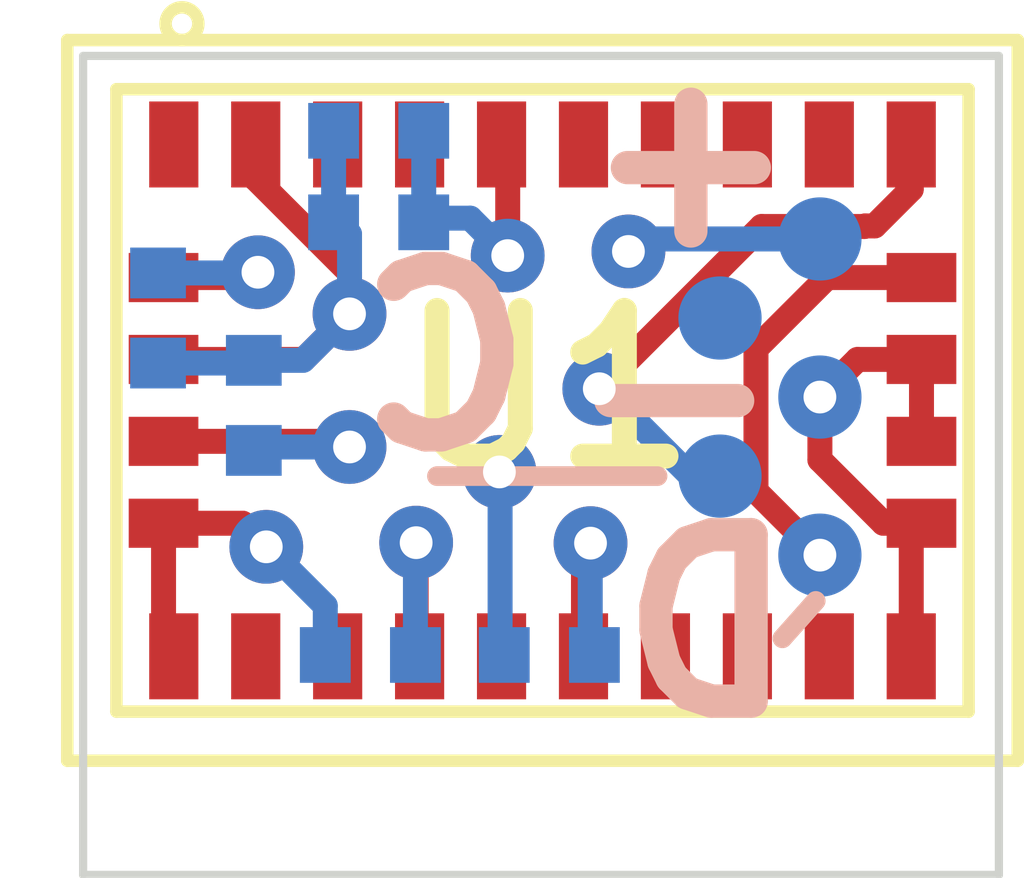
<source format=kicad_pcb>
(kicad_pcb (version 20171130) (host pcbnew "(5.1.0)-1")

  (general
    (thickness 1.6)
    (drawings 12)
    (tracks 76)
    (zones 0)
    (modules 8)
    (nets 13)
  )

  (page A4)
  (layers
    (0 F.Cu signal)
    (1 GND power)
    (2 3V3 power)
    (31 B.Cu signal)
    (32 B.Adhes user)
    (33 F.Adhes user)
    (34 B.Paste user)
    (35 F.Paste user)
    (36 B.SilkS user)
    (37 F.SilkS user)
    (38 B.Mask user)
    (39 F.Mask user)
    (40 Dwgs.User user hide)
    (41 Cmts.User user)
    (42 Eco1.User user)
    (43 Eco2.User user)
    (44 Edge.Cuts user)
    (45 Margin user)
    (46 B.CrtYd user)
    (47 F.CrtYd user hide)
    (48 B.Fab user hide)
    (49 F.Fab user hide)
  )

  (setup
    (last_trace_width 0.0889)
    (user_trace_width 0.09)
    (user_trace_width 0.1524)
    (user_trace_width 0.2032)
    (trace_clearance 0.0889)
    (zone_clearance 0.1524)
    (zone_45_only no)
    (trace_min 0.0889)
    (via_size 0.45)
    (via_drill 0.2)
    (via_min_size 0.45)
    (via_min_drill 0.2)
    (user_via 0.45 0.2)
    (uvia_size 0.45)
    (uvia_drill 0.2)
    (uvias_allowed no)
    (uvia_min_size 0.2)
    (uvia_min_drill 0.1)
    (edge_width 0.05)
    (segment_width 0.2)
    (pcb_text_width 0.3)
    (pcb_text_size 1.5 1.5)
    (mod_edge_width 0.12)
    (mod_text_size 1 1)
    (mod_text_width 0.15)
    (pad_size 1.524 1.524)
    (pad_drill 0.762)
    (pad_to_mask_clearance 0.0254)
    (solder_mask_min_width 0.0508)
    (aux_axis_origin 0 0)
    (grid_origin 188.120301 73.474201)
    (visible_elements 7FFFFFFF)
    (pcbplotparams
      (layerselection 0x010fc_ffffffff)
      (usegerberextensions false)
      (usegerberattributes false)
      (usegerberadvancedattributes false)
      (creategerberjobfile false)
      (excludeedgelayer true)
      (linewidth 0.100000)
      (plotframeref false)
      (viasonmask false)
      (mode 1)
      (useauxorigin false)
      (hpglpennumber 1)
      (hpglpenspeed 20)
      (hpglpendiameter 15.000000)
      (psnegative false)
      (psa4output false)
      (plotreference true)
      (plotvalue true)
      (plotinvisibletext false)
      (padsonsilk false)
      (subtractmaskfromsilk false)
      (outputformat 1)
      (mirror false)
      (drillshape 0)
      (scaleselection 1)
      (outputdirectory "Output/"))
  )

  (net 0 "")
  (net 1 +3V3)
  (net 2 GND)
  (net 3 /SDA)
  (net 4 /SCL)
  (net 5 "Net-(U1-Pad10)")
  (net 6 "Net-(U1-Pad14)")
  (net 7 "Net-(U1-Pad26)")
  (net 8 "Net-(U1-Pad27)")
  (net 9 /CAP)
  (net 10 "Net-(J1-Pad4)")
  (net 11 "Net-(R1-Pad2)")
  (net 12 "Net-(R2-Pad2)")

  (net_class Default "This is the default net class."
    (clearance 0.0889)
    (trace_width 0.0889)
    (via_dia 0.45)
    (via_drill 0.2)
    (uvia_dia 0.45)
    (uvia_drill 0.2)
    (add_net +3V3)
    (add_net /CAP)
    (add_net /SCL)
    (add_net /SDA)
    (add_net GND)
    (add_net "Net-(J1-Pad4)")
    (add_net "Net-(R1-Pad2)")
    (add_net "Net-(R2-Pad2)")
    (add_net "Net-(U1-Pad10)")
    (add_net "Net-(U1-Pad14)")
    (add_net "Net-(U1-Pad26)")
    (add_net "Net-(U1-Pad27)")
  )

  (module LGA28R50P4X10_380X520X100 (layer F.Cu) (tedit 0) (tstamp 5D646C4F)
    (at 190.923501 75.577401)
    (path /5D4EA5F1)
    (attr smd)
    (fp_text reference U1 (at 0.033699 -0.063201) (layer F.SilkS)
      (effects (font (size 0.889 0.889) (thickness 0.1524)))
    )
    (fp_text value BNO055 (at 0.084499 -0.012401) (layer F.SilkS) hide
      (effects (font (size 0.254 0.254) (thickness 0.0508)))
    )
    (fp_line (start -2.6 -1.9) (end -2.6 1.9) (layer F.SilkS) (width 0.0762))
    (fp_line (start -2.6 1.9) (end 2.6 1.9) (layer F.SilkS) (width 0.0762))
    (fp_line (start 2.6 1.9) (end 2.6 -1.9) (layer F.SilkS) (width 0.0762))
    (fp_line (start 2.6 -1.9) (end -2.6 -1.9) (layer F.SilkS) (width 0.0762))
    (fp_line (start -2.9 -2.2) (end 2.9 -2.2) (layer F.SilkS) (width 0.0762))
    (fp_line (start 2.9 -2.2) (end 2.9 2.2) (layer F.SilkS) (width 0.0762))
    (fp_line (start 2.9 2.2) (end -2.9 2.2) (layer F.SilkS) (width 0.0762))
    (fp_line (start -2.9 2.2) (end -2.9 -2.2) (layer F.SilkS) (width 0.0762))
    (fp_circle (center -2.2 -2.3) (end -2.1 -2.3) (layer F.SilkS) (width 0.0762))
    (pad 1 smd rect (at -2.25 -1.5625 180) (size 0.3 0.525) (layers F.Cu F.Paste F.Mask))
    (pad 2 smd rect (at -2.3125 -0.75 270) (size 0.3 0.425) (layers F.Cu F.Paste F.Mask)
      (net 2 GND))
    (pad 3 smd rect (at -2.3125 -0.25 270) (size 0.3 0.425) (layers F.Cu F.Paste F.Mask)
      (net 1 +3V3))
    (pad 4 smd rect (at -2.3125 0.25 270) (size 0.3 0.425) (layers F.Cu F.Paste F.Mask)
      (net 11 "Net-(R1-Pad2)"))
    (pad 5 smd rect (at -2.3125 0.75 270) (size 0.3 0.425) (layers F.Cu F.Paste F.Mask)
      (net 2 GND))
    (pad 6 smd rect (at -2.25 1.5625 180) (size 0.3 0.525) (layers F.Cu F.Paste F.Mask)
      (net 2 GND))
    (pad 7 smd rect (at -1.75 1.5625 180) (size 0.3 0.525) (layers F.Cu F.Paste F.Mask))
    (pad 8 smd rect (at -1.25 1.5625 180) (size 0.3 0.525) (layers F.Cu F.Paste F.Mask))
    (pad 9 smd rect (at -0.75 1.5625 180) (size 0.3 0.525) (layers F.Cu F.Paste F.Mask)
      (net 9 /CAP))
    (pad 10 smd rect (at -0.25 1.5625 180) (size 0.3 0.525) (layers F.Cu F.Paste F.Mask)
      (net 5 "Net-(U1-Pad10)"))
    (pad 11 smd rect (at 0.25 1.5625 180) (size 0.3 0.525) (layers F.Cu F.Paste F.Mask)
      (net 12 "Net-(R2-Pad2)"))
    (pad 12 smd rect (at 0.75 1.5625 180) (size 0.3 0.525) (layers F.Cu F.Paste F.Mask))
    (pad 13 smd rect (at 1.25 1.5625 180) (size 0.3 0.525) (layers F.Cu F.Paste F.Mask))
    (pad 14 smd rect (at 1.75 1.5625 180) (size 0.3 0.525) (layers F.Cu F.Paste F.Mask)
      (net 6 "Net-(U1-Pad14)"))
    (pad 15 smd rect (at 2.25 1.5625 180) (size 0.3 0.525) (layers F.Cu F.Paste F.Mask)
      (net 2 GND))
    (pad 16 smd rect (at 2.3125 0.75 270) (size 0.3 0.425) (layers F.Cu F.Paste F.Mask)
      (net 2 GND))
    (pad 17 smd rect (at 2.3125 0.25 270) (size 0.3 0.425) (layers F.Cu F.Paste F.Mask)
      (net 2 GND))
    (pad 18 smd rect (at 2.3125 -0.25 270) (size 0.3 0.425) (layers F.Cu F.Paste F.Mask)
      (net 2 GND))
    (pad 19 smd rect (at 2.3125 -0.75 270) (size 0.3 0.425) (layers F.Cu F.Paste F.Mask)
      (net 4 /SCL))
    (pad 20 smd rect (at 2.25 -1.5625 180) (size 0.3 0.525) (layers F.Cu F.Paste F.Mask)
      (net 3 /SDA))
    (pad 21 smd rect (at 1.75 -1.5625 180) (size 0.3 0.525) (layers F.Cu F.Paste F.Mask))
    (pad 22 smd rect (at 1.25 -1.5625 180) (size 0.3 0.525) (layers F.Cu F.Paste F.Mask))
    (pad 23 smd rect (at 0.75 -1.5625 180) (size 0.3 0.525) (layers F.Cu F.Paste F.Mask))
    (pad 24 smd rect (at 0.25 -1.5625 180) (size 0.3 0.525) (layers F.Cu F.Paste F.Mask))
    (pad 25 smd rect (at -0.25 -1.5625 180) (size 0.3 0.525) (layers F.Cu F.Paste F.Mask)
      (net 2 GND))
    (pad 26 smd rect (at -0.75 -1.5625 180) (size 0.3 0.525) (layers F.Cu F.Paste F.Mask)
      (net 7 "Net-(U1-Pad26)"))
    (pad 27 smd rect (at -1.25 -1.5625 180) (size 0.3 0.525) (layers F.Cu F.Paste F.Mask)
      (net 8 "Net-(U1-Pad27)"))
    (pad 28 smd rect (at -1.75 -1.5625 180) (size 0.3 0.525) (layers F.Cu F.Paste F.Mask)
      (net 1 +3V3))
    (model ${KIPRJMOD}/BNO055/BNO055.step
      (at (xyz 0 0 0))
      (scale (xyz 1 1 1))
      (rotate (xyz -90 0 180))
    )
  )

  (module .Resistor:R_0201_0603Metric_ERJ_L (layer B.Cu) (tedit 5C1959FC) (tstamp 5D54DCB1)
    (at 190.965101 77.131801)
    (descr "Resistor, Chip; 0.60 mm L X 0.30 mm W X 0.26 mm H body")
    (path /5D565BFF)
    (attr smd)
    (fp_text reference R2 (at 0 0) (layer B.Fab)
      (effects (font (size 1 1) (thickness 0.1)) (justify mirror))
    )
    (fp_text value 10K (at 0 0) (layer B.Fab)
      (effects (font (size 1.2 1.2) (thickness 0.12)) (justify mirror))
    )
    (fp_line (start 0 0.135) (end 0 -0.135) (layer B.CrtYd) (width 0.05))
    (fp_line (start 0.135 0) (end -0.135 0) (layer B.CrtYd) (width 0.05))
    (fp_circle (center 0 0) (end 0 -0.1013) (layer B.CrtYd) (width 0.05))
    (fp_line (start 0.53 -0.27) (end -0.53 -0.27) (layer B.CrtYd) (width 0.05))
    (fp_line (start 0.53 0.27) (end 0.53 -0.27) (layer B.CrtYd) (width 0.05))
    (fp_line (start -0.53 0.27) (end 0.53 0.27) (layer B.CrtYd) (width 0.05))
    (fp_line (start -0.53 -0.27) (end -0.53 0.27) (layer B.CrtYd) (width 0.05))
    (fp_line (start 0.32 -0.17) (end -0.32 -0.17) (layer B.Fab) (width 0.12))
    (fp_line (start 0.32 0.17) (end 0.32 -0.17) (layer B.Fab) (width 0.12))
    (fp_line (start -0.32 0.17) (end 0.32 0.17) (layer B.Fab) (width 0.12))
    (fp_line (start -0.32 -0.17) (end -0.32 0.17) (layer B.Fab) (width 0.12))
    (fp_line (start 0.3 -0.15) (end -0.3 -0.15) (layer Dwgs.User) (width 0.025))
    (fp_line (start 0.3 0.15) (end 0.3 -0.15) (layer Dwgs.User) (width 0.025))
    (fp_line (start -0.3 0.15) (end 0.3 0.15) (layer Dwgs.User) (width 0.025))
    (fp_line (start -0.3 -0.15) (end -0.3 0.15) (layer Dwgs.User) (width 0.025))
    (fp_line (start 0.3 -0.15) (end 0.15 -0.15) (layer Dwgs.User) (width 0.025))
    (fp_line (start 0.3 0.15) (end 0.3 -0.15) (layer Dwgs.User) (width 0.025))
    (fp_line (start 0.15 0.15) (end 0.3 0.15) (layer Dwgs.User) (width 0.025))
    (fp_line (start 0.15 -0.15) (end 0.15 0.15) (layer Dwgs.User) (width 0.025))
    (fp_line (start -0.3 0.15) (end -0.15 0.15) (layer Dwgs.User) (width 0.025))
    (fp_line (start -0.3 -0.15) (end -0.3 0.15) (layer Dwgs.User) (width 0.025))
    (fp_line (start -0.15 -0.15) (end -0.3 -0.15) (layer Dwgs.User) (width 0.025))
    (fp_line (start -0.15 0.15) (end -0.15 -0.15) (layer Dwgs.User) (width 0.025))
    (fp_text user %R (at 0 0.7112) (layer Eco1.User)
      (effects (font (size 0.5 0.5) (thickness 0.05)))
    )
    (pad 2 smd rect (at 0.275 0) (size 0.31 0.34) (layers B.Cu B.Paste B.Mask)
      (net 12 "Net-(R2-Pad2)"))
    (pad 1 smd rect (at -0.275 0) (size 0.31 0.34) (layers B.Cu B.Paste B.Mask)
      (net 1 +3V3))
    (model ${KICAD_AHARONI_LAB}/Modules/Resistor.pretty/R_0201_0603Metric_ERJ_L.STEP
      (at (xyz 0 0 0))
      (scale (xyz 1 1 1))
      (rotate (xyz -90 0 0))
    )
  )

  (module .Resistor:R_0201_0603Metric_ERJ_L (layer B.Cu) (tedit 5C1959FC) (tstamp 5D54DC93)
    (at 189.161701 75.607801 270)
    (descr "Resistor, Chip; 0.60 mm L X 0.30 mm W X 0.26 mm H body")
    (path /5D548B18)
    (attr smd)
    (fp_text reference R1 (at 0 0 270) (layer B.Fab)
      (effects (font (size 1 1) (thickness 0.1)) (justify mirror))
    )
    (fp_text value 10K (at 0 0 270) (layer B.Fab)
      (effects (font (size 1.2 1.2) (thickness 0.12)) (justify mirror))
    )
    (fp_line (start 0 0.135) (end 0 -0.135) (layer B.CrtYd) (width 0.05))
    (fp_line (start 0.135 0) (end -0.135 0) (layer B.CrtYd) (width 0.05))
    (fp_circle (center 0 0) (end 0 -0.1013) (layer B.CrtYd) (width 0.05))
    (fp_line (start 0.53 -0.27) (end -0.53 -0.27) (layer B.CrtYd) (width 0.05))
    (fp_line (start 0.53 0.27) (end 0.53 -0.27) (layer B.CrtYd) (width 0.05))
    (fp_line (start -0.53 0.27) (end 0.53 0.27) (layer B.CrtYd) (width 0.05))
    (fp_line (start -0.53 -0.27) (end -0.53 0.27) (layer B.CrtYd) (width 0.05))
    (fp_line (start 0.32 -0.17) (end -0.32 -0.17) (layer B.Fab) (width 0.12))
    (fp_line (start 0.32 0.17) (end 0.32 -0.17) (layer B.Fab) (width 0.12))
    (fp_line (start -0.32 0.17) (end 0.32 0.17) (layer B.Fab) (width 0.12))
    (fp_line (start -0.32 -0.17) (end -0.32 0.17) (layer B.Fab) (width 0.12))
    (fp_line (start 0.3 -0.15) (end -0.3 -0.15) (layer Dwgs.User) (width 0.025))
    (fp_line (start 0.3 0.15) (end 0.3 -0.15) (layer Dwgs.User) (width 0.025))
    (fp_line (start -0.3 0.15) (end 0.3 0.15) (layer Dwgs.User) (width 0.025))
    (fp_line (start -0.3 -0.15) (end -0.3 0.15) (layer Dwgs.User) (width 0.025))
    (fp_line (start 0.3 -0.15) (end 0.15 -0.15) (layer Dwgs.User) (width 0.025))
    (fp_line (start 0.3 0.15) (end 0.3 -0.15) (layer Dwgs.User) (width 0.025))
    (fp_line (start 0.15 0.15) (end 0.3 0.15) (layer Dwgs.User) (width 0.025))
    (fp_line (start 0.15 -0.15) (end 0.15 0.15) (layer Dwgs.User) (width 0.025))
    (fp_line (start -0.3 0.15) (end -0.15 0.15) (layer Dwgs.User) (width 0.025))
    (fp_line (start -0.3 -0.15) (end -0.3 0.15) (layer Dwgs.User) (width 0.025))
    (fp_line (start -0.15 -0.15) (end -0.3 -0.15) (layer Dwgs.User) (width 0.025))
    (fp_line (start -0.15 0.15) (end -0.15 -0.15) (layer Dwgs.User) (width 0.025))
    (fp_text user %R (at 0.4572 0.5842 270) (layer Eco1.User)
      (effects (font (size 0.5 0.5) (thickness 0.05)))
    )
    (pad 2 smd rect (at 0.275 0 270) (size 0.31 0.34) (layers B.Cu B.Paste B.Mask)
      (net 11 "Net-(R1-Pad2)"))
    (pad 1 smd rect (at -0.275 0 270) (size 0.31 0.34) (layers B.Cu B.Paste B.Mask)
      (net 1 +3V3))
    (model ${KICAD_AHARONI_LAB}/Modules/Resistor.pretty/R_0201_0603Metric_ERJ_L.STEP
      (at (xyz 0 0 0))
      (scale (xyz 1 1 1))
      (rotate (xyz -90 0 0))
    )
  )

  (module .Capacitor:C_0201_0603Metric_L (layer B.Cu) (tedit 5C18ACD5) (tstamp 5D54DC65)
    (at 189.923701 74.490201)
    (descr "Capacitor, Chip; 0.60 mm L X 0.30 mm W X 0.33 mm H body")
    (path /5D4EDBF9)
    (attr smd)
    (fp_text reference C4 (at 0 0) (layer B.Fab)
      (effects (font (size 1 1) (thickness 0.1)) (justify mirror))
    )
    (fp_text value 120nF (at 0 0) (layer B.Fab)
      (effects (font (size 1.2 1.2) (thickness 0.12)) (justify mirror))
    )
    (fp_line (start 0 0.135) (end 0 -0.135) (layer B.CrtYd) (width 0.05))
    (fp_line (start 0.135 0) (end -0.135 0) (layer B.CrtYd) (width 0.05))
    (fp_circle (center 0 0) (end 0 -0.1013) (layer B.CrtYd) (width 0.05))
    (fp_line (start 0.53 -0.27) (end -0.53 -0.27) (layer B.CrtYd) (width 0.05))
    (fp_line (start 0.53 0.27) (end 0.53 -0.27) (layer B.CrtYd) (width 0.05))
    (fp_line (start -0.53 0.27) (end 0.53 0.27) (layer B.CrtYd) (width 0.05))
    (fp_line (start -0.53 -0.27) (end -0.53 0.27) (layer B.CrtYd) (width 0.05))
    (fp_line (start 0.32 -0.17) (end -0.32 -0.17) (layer B.Fab) (width 0.12))
    (fp_line (start 0.32 0.17) (end 0.32 -0.17) (layer B.Fab) (width 0.12))
    (fp_line (start -0.32 0.17) (end 0.32 0.17) (layer B.Fab) (width 0.12))
    (fp_line (start -0.32 -0.17) (end -0.32 0.17) (layer B.Fab) (width 0.12))
    (fp_line (start 0.3 -0.15) (end -0.3 -0.15) (layer Dwgs.User) (width 0.025))
    (fp_line (start 0.3 0.15) (end 0.3 -0.15) (layer Dwgs.User) (width 0.025))
    (fp_line (start -0.3 0.15) (end 0.3 0.15) (layer Dwgs.User) (width 0.025))
    (fp_line (start -0.3 -0.15) (end -0.3 0.15) (layer Dwgs.User) (width 0.025))
    (fp_line (start 0.3 -0.15) (end 0.15 -0.15) (layer Dwgs.User) (width 0.025))
    (fp_line (start 0.3 0.15) (end 0.3 -0.15) (layer Dwgs.User) (width 0.025))
    (fp_line (start 0.15 0.15) (end 0.3 0.15) (layer Dwgs.User) (width 0.025))
    (fp_line (start 0.15 -0.15) (end 0.15 0.15) (layer Dwgs.User) (width 0.025))
    (fp_line (start -0.3 0.15) (end -0.15 0.15) (layer Dwgs.User) (width 0.025))
    (fp_line (start -0.3 -0.15) (end -0.3 0.15) (layer Dwgs.User) (width 0.025))
    (fp_line (start -0.15 -0.15) (end -0.3 -0.15) (layer Dwgs.User) (width 0.025))
    (fp_line (start -0.15 0.15) (end -0.15 -0.15) (layer Dwgs.User) (width 0.025))
    (fp_text user %R (at -0.9398 -0.1778) (layer Eco1.User)
      (effects (font (size 0.5 0.5) (thickness 0.05)))
    )
    (pad 2 smd rect (at 0.275 0) (size 0.31 0.34) (layers B.Cu B.Paste B.Mask)
      (net 2 GND))
    (pad 1 smd rect (at -0.275 0) (size 0.31 0.34) (layers B.Cu B.Paste B.Mask)
      (net 1 +3V3))
    (model ${KICAD_AHARONI_LAB}/Modules/Capacitor.pretty/C_0201_0603Metric_L.STEP
      (at (xyz 0 0 0))
      (scale (xyz 1 1 1))
      (rotate (xyz -90 0 0))
    )
  )

  (module .Capacitor:C_0201_0603Metric_L (layer B.Cu) (tedit 5C18ACD5) (tstamp 5D54DC47)
    (at 189.923701 73.931401)
    (descr "Capacitor, Chip; 0.60 mm L X 0.30 mm W X 0.33 mm H body")
    (path /5D4ED91A)
    (attr smd)
    (fp_text reference C3 (at 0 0) (layer B.Fab)
      (effects (font (size 1 1) (thickness 0.1)) (justify mirror))
    )
    (fp_text value 6.8nF (at 0 0) (layer B.Fab)
      (effects (font (size 1.2 1.2) (thickness 0.12)) (justify mirror))
    )
    (fp_line (start 0 0.135) (end 0 -0.135) (layer B.CrtYd) (width 0.05))
    (fp_line (start 0.135 0) (end -0.135 0) (layer B.CrtYd) (width 0.05))
    (fp_circle (center 0 0) (end 0 -0.1013) (layer B.CrtYd) (width 0.05))
    (fp_line (start 0.53 -0.27) (end -0.53 -0.27) (layer B.CrtYd) (width 0.05))
    (fp_line (start 0.53 0.27) (end 0.53 -0.27) (layer B.CrtYd) (width 0.05))
    (fp_line (start -0.53 0.27) (end 0.53 0.27) (layer B.CrtYd) (width 0.05))
    (fp_line (start -0.53 -0.27) (end -0.53 0.27) (layer B.CrtYd) (width 0.05))
    (fp_line (start 0.32 -0.17) (end -0.32 -0.17) (layer B.Fab) (width 0.12))
    (fp_line (start 0.32 0.17) (end 0.32 -0.17) (layer B.Fab) (width 0.12))
    (fp_line (start -0.32 0.17) (end 0.32 0.17) (layer B.Fab) (width 0.12))
    (fp_line (start -0.32 -0.17) (end -0.32 0.17) (layer B.Fab) (width 0.12))
    (fp_line (start 0.3 -0.15) (end -0.3 -0.15) (layer Dwgs.User) (width 0.025))
    (fp_line (start 0.3 0.15) (end 0.3 -0.15) (layer Dwgs.User) (width 0.025))
    (fp_line (start -0.3 0.15) (end 0.3 0.15) (layer Dwgs.User) (width 0.025))
    (fp_line (start -0.3 -0.15) (end -0.3 0.15) (layer Dwgs.User) (width 0.025))
    (fp_line (start 0.3 -0.15) (end 0.15 -0.15) (layer Dwgs.User) (width 0.025))
    (fp_line (start 0.3 0.15) (end 0.3 -0.15) (layer Dwgs.User) (width 0.025))
    (fp_line (start 0.15 0.15) (end 0.3 0.15) (layer Dwgs.User) (width 0.025))
    (fp_line (start 0.15 -0.15) (end 0.15 0.15) (layer Dwgs.User) (width 0.025))
    (fp_line (start -0.3 0.15) (end -0.15 0.15) (layer Dwgs.User) (width 0.025))
    (fp_line (start -0.3 -0.15) (end -0.3 0.15) (layer Dwgs.User) (width 0.025))
    (fp_line (start -0.15 -0.15) (end -0.3 -0.15) (layer Dwgs.User) (width 0.025))
    (fp_line (start -0.15 0.15) (end -0.15 -0.15) (layer Dwgs.User) (width 0.025))
    (fp_text user %R (at -0.9652 -0.254) (layer Eco1.User)
      (effects (font (size 0.5 0.5) (thickness 0.05)))
    )
    (pad 2 smd rect (at 0.275 0) (size 0.31 0.34) (layers B.Cu B.Paste B.Mask)
      (net 2 GND))
    (pad 1 smd rect (at -0.275 0) (size 0.31 0.34) (layers B.Cu B.Paste B.Mask)
      (net 1 +3V3))
    (model ${KICAD_AHARONI_LAB}/Modules/Capacitor.pretty/C_0201_0603Metric_L.STEP
      (at (xyz 0 0 0))
      (scale (xyz 1 1 1))
      (rotate (xyz -90 0 0))
    )
  )

  (module .Capacitor:C_0201_0603Metric_L (layer B.Cu) (tedit 5C18ACD5) (tstamp 5D54E2D6)
    (at 188.577501 75.074401 270)
    (descr "Capacitor, Chip; 0.60 mm L X 0.30 mm W X 0.33 mm H body")
    (path /5D4ED5C9)
    (attr smd)
    (fp_text reference C2 (at 0 0 270) (layer B.Fab)
      (effects (font (size 1 1) (thickness 0.1)) (justify mirror))
    )
    (fp_text value 100nF (at 0 0 270) (layer B.Fab)
      (effects (font (size 1.2 1.2) (thickness 0.12)) (justify mirror))
    )
    (fp_line (start 0 0.135) (end 0 -0.135) (layer B.CrtYd) (width 0.05))
    (fp_line (start 0.135 0) (end -0.135 0) (layer B.CrtYd) (width 0.05))
    (fp_circle (center 0 0) (end 0 -0.1013) (layer B.CrtYd) (width 0.05))
    (fp_line (start 0.53 -0.27) (end -0.53 -0.27) (layer B.CrtYd) (width 0.05))
    (fp_line (start 0.53 0.27) (end 0.53 -0.27) (layer B.CrtYd) (width 0.05))
    (fp_line (start -0.53 0.27) (end 0.53 0.27) (layer B.CrtYd) (width 0.05))
    (fp_line (start -0.53 -0.27) (end -0.53 0.27) (layer B.CrtYd) (width 0.05))
    (fp_line (start 0.32 -0.17) (end -0.32 -0.17) (layer B.Fab) (width 0.12))
    (fp_line (start 0.32 0.17) (end 0.32 -0.17) (layer B.Fab) (width 0.12))
    (fp_line (start -0.32 0.17) (end 0.32 0.17) (layer B.Fab) (width 0.12))
    (fp_line (start -0.32 -0.17) (end -0.32 0.17) (layer B.Fab) (width 0.12))
    (fp_line (start 0.3 -0.15) (end -0.3 -0.15) (layer Dwgs.User) (width 0.025))
    (fp_line (start 0.3 0.15) (end 0.3 -0.15) (layer Dwgs.User) (width 0.025))
    (fp_line (start -0.3 0.15) (end 0.3 0.15) (layer Dwgs.User) (width 0.025))
    (fp_line (start -0.3 -0.15) (end -0.3 0.15) (layer Dwgs.User) (width 0.025))
    (fp_line (start 0.3 -0.15) (end 0.15 -0.15) (layer Dwgs.User) (width 0.025))
    (fp_line (start 0.3 0.15) (end 0.3 -0.15) (layer Dwgs.User) (width 0.025))
    (fp_line (start 0.15 0.15) (end 0.3 0.15) (layer Dwgs.User) (width 0.025))
    (fp_line (start 0.15 -0.15) (end 0.15 0.15) (layer Dwgs.User) (width 0.025))
    (fp_line (start -0.3 0.15) (end -0.15 0.15) (layer Dwgs.User) (width 0.025))
    (fp_line (start -0.3 -0.15) (end -0.3 0.15) (layer Dwgs.User) (width 0.025))
    (fp_line (start -0.15 -0.15) (end -0.3 -0.15) (layer Dwgs.User) (width 0.025))
    (fp_line (start -0.15 0.15) (end -0.15 -0.15) (layer Dwgs.User) (width 0.025))
    (fp_text user %R (at 0 0.5842 270) (layer Eco1.User)
      (effects (font (size 0.5 0.5) (thickness 0.05)))
    )
    (pad 2 smd rect (at 0.275 0 270) (size 0.31 0.34) (layers B.Cu B.Paste B.Mask)
      (net 1 +3V3))
    (pad 1 smd rect (at -0.275 0 270) (size 0.31 0.34) (layers B.Cu B.Paste B.Mask)
      (net 2 GND))
    (model ${KICAD_AHARONI_LAB}/Modules/Capacitor.pretty/C_0201_0603Metric_L.STEP
      (at (xyz 0 0 0))
      (scale (xyz 1 1 1))
      (rotate (xyz -90 0 0))
    )
  )

  (module .Capacitor:C_0201_0603Metric_L (layer B.Cu) (tedit 5C18ACD5) (tstamp 5D54DC0B)
    (at 189.872901 77.131801)
    (descr "Capacitor, Chip; 0.60 mm L X 0.30 mm W X 0.33 mm H body")
    (path /5D4F4F66)
    (attr smd)
    (fp_text reference C1 (at 0 0) (layer B.Fab)
      (effects (font (size 1 1) (thickness 0.1)) (justify mirror))
    )
    (fp_text value 100nF (at 0 0) (layer B.Fab)
      (effects (font (size 1.2 1.2) (thickness 0.12)) (justify mirror))
    )
    (fp_line (start 0 0.135) (end 0 -0.135) (layer B.CrtYd) (width 0.05))
    (fp_line (start 0.135 0) (end -0.135 0) (layer B.CrtYd) (width 0.05))
    (fp_circle (center 0 0) (end 0 -0.1013) (layer B.CrtYd) (width 0.05))
    (fp_line (start 0.53 -0.27) (end -0.53 -0.27) (layer B.CrtYd) (width 0.05))
    (fp_line (start 0.53 0.27) (end 0.53 -0.27) (layer B.CrtYd) (width 0.05))
    (fp_line (start -0.53 0.27) (end 0.53 0.27) (layer B.CrtYd) (width 0.05))
    (fp_line (start -0.53 -0.27) (end -0.53 0.27) (layer B.CrtYd) (width 0.05))
    (fp_line (start 0.32 -0.17) (end -0.32 -0.17) (layer B.Fab) (width 0.12))
    (fp_line (start 0.32 0.17) (end 0.32 -0.17) (layer B.Fab) (width 0.12))
    (fp_line (start -0.32 0.17) (end 0.32 0.17) (layer B.Fab) (width 0.12))
    (fp_line (start -0.32 -0.17) (end -0.32 0.17) (layer B.Fab) (width 0.12))
    (fp_line (start 0.3 -0.15) (end -0.3 -0.15) (layer Dwgs.User) (width 0.025))
    (fp_line (start 0.3 0.15) (end 0.3 -0.15) (layer Dwgs.User) (width 0.025))
    (fp_line (start -0.3 0.15) (end 0.3 0.15) (layer Dwgs.User) (width 0.025))
    (fp_line (start -0.3 -0.15) (end -0.3 0.15) (layer Dwgs.User) (width 0.025))
    (fp_line (start 0.3 -0.15) (end 0.15 -0.15) (layer Dwgs.User) (width 0.025))
    (fp_line (start 0.3 0.15) (end 0.3 -0.15) (layer Dwgs.User) (width 0.025))
    (fp_line (start 0.15 0.15) (end 0.3 0.15) (layer Dwgs.User) (width 0.025))
    (fp_line (start 0.15 -0.15) (end 0.15 0.15) (layer Dwgs.User) (width 0.025))
    (fp_line (start -0.3 0.15) (end -0.15 0.15) (layer Dwgs.User) (width 0.025))
    (fp_line (start -0.3 -0.15) (end -0.3 0.15) (layer Dwgs.User) (width 0.025))
    (fp_line (start -0.15 -0.15) (end -0.3 -0.15) (layer Dwgs.User) (width 0.025))
    (fp_line (start -0.15 0.15) (end -0.15 -0.15) (layer Dwgs.User) (width 0.025))
    (fp_text user %R (at -0.0254 0.635) (layer Eco1.User)
      (effects (font (size 0.5 0.5) (thickness 0.05)))
    )
    (pad 2 smd rect (at 0.275 0) (size 0.31 0.34) (layers B.Cu B.Paste B.Mask)
      (net 9 /CAP))
    (pad 1 smd rect (at -0.275 0) (size 0.31 0.34) (layers B.Cu B.Paste B.Mask)
      (net 2 GND))
    (model ${KICAD_AHARONI_LAB}/Modules/Capacitor.pretty/C_0201_0603Metric_L.STEP
      (at (xyz 0 0 0))
      (scale (xyz 1 1 1))
      (rotate (xyz -90 0 0))
    )
  )

  (module .Connector:B2B_Flex_05_Dual_Row_38milx24mil_Pad_20mil_copy (layer B.Cu) (tedit 5C2DBA66) (tstamp 5D54ECC4)
    (at 192.616101 76.522201 90)
    (path /5D54B6AA)
    (fp_text reference J1 (at 0.9398 -2.2098 180) (layer Eco1.User)
      (effects (font (size 1 1) (thickness 0.15)) (justify mirror))
    )
    (fp_text value Conn_01x05 (at 0.3556 -3.048 90) (layer B.Fab)
      (effects (font (size 1 1) (thickness 0.15)) (justify mirror))
    )
    (pad 1 smd circle (at 0 0 90) (size 0.508 0.508) (layers B.Cu B.Paste B.Mask)
      (net 4 /SCL) (zone_connect 0))
    (pad 2 smd circle (at 0.482599 -0.6096 90) (size 0.508 0.508) (layers B.Cu B.Paste B.Mask)
      (net 3 /SDA) (zone_connect 0))
    (pad 3 smd circle (at 0.965199 0 90) (size 0.508 0.508) (layers B.Cu B.Paste B.Mask)
      (net 2 GND) (zone_connect 0))
    (pad 4 smd circle (at 1.447798 -0.6096 90) (size 0.508 0.508) (layers B.Cu B.Paste B.Mask)
      (net 10 "Net-(J1-Pad4)") (zone_connect 0))
    (pad 5 smd circle (at 1.930398 0 90) (size 0.508 0.508) (layers B.Cu B.Paste B.Mask)
      (net 1 +3V3) (zone_connect 0))
  )

  (gr_line (start 192.590701 76.801601) (end 192.387501 77.030201) (layer B.SilkS) (width 0.12))
  (gr_line (start 191.625501 76.039601) (end 190.279301 76.039601) (layer B.SilkS) (width 0.12))
  (gr_text D (at 191.930301 76.954001) (layer B.SilkS)
    (effects (font (size 1.016 1.016) (thickness 0.2032)) (justify mirror))
  )
  (gr_text C (at 190.330101 75.328401) (layer B.SilkS)
    (effects (font (size 1.016 1.016) (thickness 0.2032)) (justify mirror))
  )
  (gr_text - (at 191.727101 75.506201) (layer B.SilkS)
    (effects (font (size 1.016 1.016) (thickness 0.2032)) (justify mirror))
  )
  (gr_text + (at 191.828701 74.083801) (layer B.SilkS)
    (effects (font (size 1.016 1.016) (thickness 0.2032)) (justify mirror))
  )
  (dimension 6.0325 (width 0.05) (layer F.CrtYd)
    (gr_text "0.2375 in" (at 190.91275 81.0195) (layer F.CrtYd)
      (effects (font (size 1 1) (thickness 0.15)))
    )
    (feature1 (pts (xy 193.929 77.851) (xy 193.929 80.405921)))
    (feature2 (pts (xy 187.8965 77.851) (xy 187.8965 80.405921)))
    (crossbar (pts (xy 187.8965 79.8195) (xy 193.929 79.8195)))
    (arrow1a (pts (xy 193.929 79.8195) (xy 192.802496 80.405921)))
    (arrow1b (pts (xy 193.929 79.8195) (xy 192.802496 79.233079)))
    (arrow2a (pts (xy 187.8965 79.8195) (xy 189.023004 80.405921)))
    (arrow2b (pts (xy 187.8965 79.8195) (xy 189.023004 79.233079)))
  )
  (dimension 4.7625 (width 0.05) (layer F.CrtYd)
    (gr_text "0.1875 in" (at 196.9705 75.46975 270) (layer F.CrtYd)
      (effects (font (size 1 1) (thickness 0.15)))
    )
    (feature1 (pts (xy 193.929 77.851) (xy 196.356921 77.851)))
    (feature2 (pts (xy 193.929 73.0885) (xy 196.356921 73.0885)))
    (crossbar (pts (xy 195.7705 73.0885) (xy 195.7705 77.851)))
    (arrow1a (pts (xy 195.7705 77.851) (xy 195.184079 76.724496)))
    (arrow1b (pts (xy 195.7705 77.851) (xy 196.356921 76.724496)))
    (arrow2a (pts (xy 195.7705 73.0885) (xy 195.184079 74.215004)))
    (arrow2b (pts (xy 195.7705 73.0885) (xy 196.356921 74.215004)))
  )
  (gr_line (start 193.708301 78.474201) (end 188.120301 78.474201) (layer Edge.Cuts) (width 0.05) (tstamp 5D4E80C5))
  (gr_line (start 188.120301 73.474201) (end 193.708301 73.474201) (layer Edge.Cuts) (width 0.05) (tstamp 5D54E129))
  (gr_line (start 193.708301 78.474201) (end 193.708301 73.474201) (layer Edge.Cuts) (width 0.05))
  (gr_line (start 188.120301 73.474201) (end 188.120301 78.474201) (layer Edge.Cuts) (width 0.05) (tstamp 5D4E80B3))

  (via (at 191.447701 74.668001) (size 0.45) (drill 0.2) (layers F.Cu B.Cu) (net 1))
  (segment (start 191.523899 74.591803) (end 191.447701 74.668001) (width 0.1524) (layer B.Cu) (net 1))
  (segment (start 192.616101 74.591803) (end 191.523899 74.591803) (width 0.1524) (layer B.Cu) (net 1))
  (segment (start 189.145101 75.349401) (end 189.161701 75.332801) (width 0.1524) (layer B.Cu) (net 1))
  (segment (start 188.577501 75.349401) (end 189.145101 75.349401) (width 0.1524) (layer B.Cu) (net 1))
  (via (at 189.745901 75.049001) (size 0.45) (drill 0.2) (layers F.Cu B.Cu) (net 1))
  (segment (start 189.161701 75.332801) (end 189.462101 75.332801) (width 0.1524) (layer B.Cu) (net 1))
  (segment (start 189.462101 75.332801) (end 189.745901 75.049001) (width 0.1524) (layer B.Cu) (net 1))
  (segment (start 189.173501 74.224583) (end 189.173501 74.014901) (width 0.1524) (layer F.Cu) (net 1))
  (segment (start 189.745901 74.796983) (end 189.173501 74.224583) (width 0.1524) (layer F.Cu) (net 1))
  (segment (start 189.745901 75.049001) (end 189.745901 74.796983) (width 0.1524) (layer F.Cu) (net 1))
  (segment (start 189.745901 74.562001) (end 189.648701 74.464801) (width 0.1524) (layer B.Cu) (net 1))
  (segment (start 189.745901 75.049001) (end 189.745901 74.562001) (width 0.1524) (layer B.Cu) (net 1))
  (segment (start 189.648701 74.464801) (end 189.648701 73.931401) (width 0.1524) (layer B.Cu) (net 1))
  (via (at 190.660301 76.014209) (size 0.45) (drill 0.2) (layers F.Cu B.Cu) (net 1))
  (segment (start 190.664701 76.018609) (end 190.660301 76.014209) (width 0.1524) (layer B.Cu) (net 1))
  (segment (start 190.664701 77.131801) (end 190.664701 76.018609) (width 0.1524) (layer B.Cu) (net 1))
  (segment (start 189.467501 75.327401) (end 189.745901 75.049001) (width 0.1524) (layer F.Cu) (net 1))
  (segment (start 188.611001 75.327401) (end 189.467501 75.327401) (width 0.1524) (layer F.Cu) (net 1))
  (via (at 192.616101 75.557001) (size 0.45) (drill 0.2) (layers F.Cu B.Cu) (net 2))
  (segment (start 193.173501 76.389901) (end 193.236001 76.327401) (width 0.1524) (layer F.Cu) (net 2))
  (segment (start 193.173501 77.139901) (end 193.173501 76.389901) (width 0.1524) (layer F.Cu) (net 2))
  (segment (start 192.845701 75.327401) (end 193.236001 75.327401) (width 0.1524) (layer F.Cu) (net 2))
  (segment (start 192.616101 75.557001) (end 192.845701 75.327401) (width 0.1524) (layer F.Cu) (net 2))
  (segment (start 193.236001 75.327401) (end 193.236001 75.827401) (width 0.1524) (layer F.Cu) (net 2))
  (segment (start 188.611001 77.077401) (end 188.673501 77.139901) (width 0.1524) (layer F.Cu) (net 2))
  (segment (start 188.611001 76.327401) (end 188.611001 77.077401) (width 0.1524) (layer F.Cu) (net 2))
  (via (at 189.237901 76.471401) (size 0.45) (drill 0.2) (layers F.Cu B.Cu) (net 2))
  (segment (start 188.611001 76.327401) (end 189.093901 76.327401) (width 0.1524) (layer F.Cu) (net 2))
  (segment (start 189.093901 76.327401) (end 189.237901 76.471401) (width 0.1524) (layer F.Cu) (net 2))
  (segment (start 189.597901 76.831401) (end 189.237901 76.471401) (width 0.1524) (layer B.Cu) (net 2))
  (segment (start 189.597901 77.131801) (end 189.597901 76.831401) (width 0.1524) (layer B.Cu) (net 2))
  (via (at 189.187101 74.795001) (size 0.45) (drill 0.2) (layers F.Cu B.Cu) (net 2))
  (segment (start 188.577501 74.799401) (end 189.182701 74.799401) (width 0.1524) (layer B.Cu) (net 2))
  (segment (start 189.182701 74.799401) (end 189.187101 74.795001) (width 0.1524) (layer B.Cu) (net 2))
  (segment (start 190.198701 73.931401) (end 190.198701 74.464801) (width 0.1524) (layer B.Cu) (net 2))
  (via (at 190.711101 74.693401) (size 0.45) (drill 0.2) (layers F.Cu B.Cu) (net 2))
  (segment (start 190.198701 74.464801) (end 190.482501 74.464801) (width 0.1524) (layer B.Cu) (net 2))
  (segment (start 190.482501 74.464801) (end 190.711101 74.693401) (width 0.1524) (layer B.Cu) (net 2))
  (segment (start 190.711101 74.052501) (end 190.673501 74.014901) (width 0.1524) (layer F.Cu) (net 2))
  (segment (start 190.711101 74.693401) (end 190.711101 74.052501) (width 0.1524) (layer F.Cu) (net 2))
  (segment (start 189.154701 74.827401) (end 189.187101 74.795001) (width 0.1524) (layer F.Cu) (net 2))
  (segment (start 188.611001 74.827401) (end 189.154701 74.827401) (width 0.1524) (layer F.Cu) (net 2))
  (segment (start 193.003256 76.327401) (end 193.236001 76.327401) (width 0.1524) (layer F.Cu) (net 2))
  (segment (start 192.616101 75.557001) (end 192.616101 75.940246) (width 0.1524) (layer F.Cu) (net 2))
  (segment (start 192.616101 75.940246) (end 193.003256 76.327401) (width 0.1524) (layer F.Cu) (net 2))
  (via (at 191.269901 75.506201) (size 0.45) (drill 0.2) (layers F.Cu B.Cu) (net 3))
  (segment (start 191.828702 76.039602) (end 192.006501 76.039602) (width 0.1524) (layer B.Cu) (net 3))
  (segment (start 191.269901 75.506201) (end 191.295301 75.506201) (width 0.1524) (layer B.Cu) (net 3))
  (segment (start 191.295301 75.506201) (end 191.828702 76.039602) (width 0.1524) (layer B.Cu) (net 3))
  (segment (start 192.260501 74.515601) (end 191.269901 75.506201) (width 0.1524) (layer F.Cu) (net 3))
  (segment (start 192.888119 74.515601) (end 192.260501 74.515601) (width 0.1524) (layer F.Cu) (net 3))
  (segment (start 192.89142 74.5123) (end 192.888119 74.515601) (width 0.1524) (layer F.Cu) (net 3))
  (segment (start 192.949602 74.5123) (end 192.89142 74.5123) (width 0.1524) (layer F.Cu) (net 3))
  (segment (start 193.173501 74.014901) (end 193.173501 74.288401) (width 0.1524) (layer F.Cu) (net 3))
  (segment (start 193.173501 74.288401) (end 192.949602 74.5123) (width 0.1524) (layer F.Cu) (net 3))
  (via (at 192.616101 76.522201) (size 0.45) (drill 0.2) (layers F.Cu B.Cu) (net 4))
  (segment (start 192.226 76.1321) (end 192.616101 76.522201) (width 0.1524) (layer F.Cu) (net 4))
  (segment (start 192.226 75.261302) (end 192.226 76.1321) (width 0.1524) (layer F.Cu) (net 4))
  (segment (start 193.236001 74.827401) (end 192.659901 74.827401) (width 0.1524) (layer F.Cu) (net 4))
  (segment (start 192.659901 74.827401) (end 192.226 75.261302) (width 0.1524) (layer F.Cu) (net 4))
  (via (at 190.152301 76.446001) (size 0.45) (drill 0.2) (layers F.Cu B.Cu) (net 9))
  (segment (start 190.147901 77.131801) (end 190.147901 76.450401) (width 0.1524) (layer B.Cu) (net 9))
  (segment (start 190.147901 76.450401) (end 190.152301 76.446001) (width 0.1524) (layer B.Cu) (net 9))
  (segment (start 190.152301 77.118701) (end 190.173501 77.139901) (width 0.1524) (layer F.Cu) (net 9))
  (segment (start 190.152301 76.446001) (end 190.152301 77.118701) (width 0.1524) (layer F.Cu) (net 9))
  (via (at 189.745901 75.861801) (size 0.45) (drill 0.2) (layers F.Cu B.Cu) (net 11))
  (segment (start 188.611001 75.827401) (end 189.711501 75.827401) (width 0.1524) (layer F.Cu) (net 11))
  (segment (start 189.711501 75.827401) (end 189.745901 75.861801) (width 0.1524) (layer F.Cu) (net 11))
  (segment (start 189.182701 75.861801) (end 189.161701 75.882801) (width 0.1524) (layer B.Cu) (net 11))
  (segment (start 189.745901 75.861801) (end 189.182701 75.861801) (width 0.1524) (layer B.Cu) (net 11))
  (segment (start 191.173501 77.139901) (end 191.173501 76.491905) (width 0.1524) (layer F.Cu) (net 12))
  (segment (start 191.173501 76.491905) (end 191.216408 76.448998) (width 0.1524) (layer F.Cu) (net 12))
  (segment (start 191.214701 76.450705) (end 191.216408 76.448998) (width 0.1524) (layer B.Cu) (net 12))
  (segment (start 191.214701 77.131801) (end 191.214701 76.450705) (width 0.1524) (layer B.Cu) (net 12))
  (via (at 191.216408 76.448998) (size 0.45) (drill 0.2) (layers F.Cu B.Cu) (net 12))

  (zone (net 2) (net_name GND) (layer GND) (tstamp 5D55F450) (hatch full 0.508)
    (connect_pads yes (clearance 0.1524))
    (min_thickness 0.1016)
    (fill yes (arc_segments 32) (thermal_gap 0.127) (thermal_bridge_width 0.2794) (smoothing chamfer))
    (polygon
      (pts
        (xy 188.399701 73.779001) (xy 193.428901 73.779001) (xy 193.428901 77.385801) (xy 188.399701 77.385801)
      )
    )
    (filled_polygon
      (pts
        (xy 193.378101 77.335001) (xy 188.450501 77.335001) (xy 188.450501 75.006827) (xy 189.317701 75.006827) (xy 189.317701 75.091175)
        (xy 189.334156 75.173902) (xy 189.366435 75.25183) (xy 189.413296 75.321963) (xy 189.472939 75.381606) (xy 189.543072 75.428467)
        (xy 189.608096 75.455401) (xy 189.543072 75.482335) (xy 189.472939 75.529196) (xy 189.413296 75.588839) (xy 189.366435 75.658972)
        (xy 189.334156 75.7369) (xy 189.317701 75.819627) (xy 189.317701 75.903975) (xy 189.334156 75.986702) (xy 189.366435 76.06463)
        (xy 189.413296 76.134763) (xy 189.472939 76.194406) (xy 189.543072 76.241267) (xy 189.621 76.273546) (xy 189.703727 76.290001)
        (xy 189.753438 76.290001) (xy 189.740556 76.3211) (xy 189.724101 76.403827) (xy 189.724101 76.488175) (xy 189.740556 76.570902)
        (xy 189.772835 76.64883) (xy 189.819696 76.718963) (xy 189.879339 76.778606) (xy 189.949472 76.825467) (xy 190.0274 76.857746)
        (xy 190.110127 76.874201) (xy 190.194475 76.874201) (xy 190.277202 76.857746) (xy 190.35513 76.825467) (xy 190.425263 76.778606)
        (xy 190.484906 76.718963) (xy 190.531767 76.64883) (xy 190.564046 76.570902) (xy 190.580501 76.488175) (xy 190.580501 76.434925)
        (xy 190.618127 76.442409) (xy 190.702475 76.442409) (xy 190.785202 76.425954) (xy 190.788208 76.424709) (xy 190.788208 76.491172)
        (xy 190.804663 76.573899) (xy 190.836942 76.651827) (xy 190.883803 76.72196) (xy 190.943446 76.781603) (xy 191.013579 76.828464)
        (xy 191.091507 76.860743) (xy 191.174234 76.877198) (xy 191.258582 76.877198) (xy 191.341309 76.860743) (xy 191.419237 76.828464)
        (xy 191.48937 76.781603) (xy 191.549013 76.72196) (xy 191.595874 76.651827) (xy 191.628153 76.573899) (xy 191.644608 76.491172)
        (xy 191.644608 76.480027) (xy 192.187901 76.480027) (xy 192.187901 76.564375) (xy 192.204356 76.647102) (xy 192.236635 76.72503)
        (xy 192.283496 76.795163) (xy 192.343139 76.854806) (xy 192.413272 76.901667) (xy 192.4912 76.933946) (xy 192.573927 76.950401)
        (xy 192.658275 76.950401) (xy 192.741002 76.933946) (xy 192.81893 76.901667) (xy 192.889063 76.854806) (xy 192.948706 76.795163)
        (xy 192.995567 76.72503) (xy 193.027846 76.647102) (xy 193.044301 76.564375) (xy 193.044301 76.480027) (xy 193.027846 76.3973)
        (xy 192.995567 76.319372) (xy 192.948706 76.249239) (xy 192.889063 76.189596) (xy 192.81893 76.142735) (xy 192.741002 76.110456)
        (xy 192.658275 76.094001) (xy 192.573927 76.094001) (xy 192.4912 76.110456) (xy 192.413272 76.142735) (xy 192.343139 76.189596)
        (xy 192.283496 76.249239) (xy 192.236635 76.319372) (xy 192.204356 76.3973) (xy 192.187901 76.480027) (xy 191.644608 76.480027)
        (xy 191.644608 76.406824) (xy 191.628153 76.324097) (xy 191.595874 76.246169) (xy 191.549013 76.176036) (xy 191.48937 76.116393)
        (xy 191.419237 76.069532) (xy 191.341309 76.037253) (xy 191.258582 76.020798) (xy 191.174234 76.020798) (xy 191.091507 76.037253)
        (xy 191.088501 76.038498) (xy 191.088501 75.972035) (xy 191.072046 75.889308) (xy 191.071256 75.8874) (xy 191.145 75.917946)
        (xy 191.227727 75.934401) (xy 191.312075 75.934401) (xy 191.394802 75.917946) (xy 191.47273 75.885667) (xy 191.542863 75.838806)
        (xy 191.602506 75.779163) (xy 191.649367 75.70903) (xy 191.681646 75.631102) (xy 191.698101 75.548375) (xy 191.698101 75.464027)
        (xy 191.681646 75.3813) (xy 191.649367 75.303372) (xy 191.602506 75.233239) (xy 191.542863 75.173596) (xy 191.47273 75.126735)
        (xy 191.394802 75.094456) (xy 191.312075 75.078001) (xy 191.227727 75.078001) (xy 191.145 75.094456) (xy 191.067072 75.126735)
        (xy 190.996939 75.173596) (xy 190.937296 75.233239) (xy 190.890435 75.303372) (xy 190.858156 75.3813) (xy 190.841701 75.464027)
        (xy 190.841701 75.548375) (xy 190.858156 75.631102) (xy 190.858946 75.63301) (xy 190.785202 75.602464) (xy 190.702475 75.586009)
        (xy 190.618127 75.586009) (xy 190.5354 75.602464) (xy 190.457472 75.634743) (xy 190.387339 75.681604) (xy 190.327696 75.741247)
        (xy 190.280835 75.81138) (xy 190.248556 75.889308) (xy 190.232101 75.972035) (xy 190.232101 76.025285) (xy 190.194475 76.017801)
        (xy 190.144764 76.017801) (xy 190.157646 75.986702) (xy 190.174101 75.903975) (xy 190.174101 75.819627) (xy 190.157646 75.7369)
        (xy 190.125367 75.658972) (xy 190.078506 75.588839) (xy 190.018863 75.529196) (xy 189.94873 75.482335) (xy 189.883706 75.455401)
        (xy 189.94873 75.428467) (xy 190.018863 75.381606) (xy 190.078506 75.321963) (xy 190.125367 75.25183) (xy 190.157646 75.173902)
        (xy 190.174101 75.091175) (xy 190.174101 75.006827) (xy 190.157646 74.9241) (xy 190.125367 74.846172) (xy 190.078506 74.776039)
        (xy 190.018863 74.716396) (xy 189.94873 74.669535) (xy 189.870802 74.637256) (xy 189.813344 74.625827) (xy 191.019501 74.625827)
        (xy 191.019501 74.710175) (xy 191.035956 74.792902) (xy 191.068235 74.87083) (xy 191.115096 74.940963) (xy 191.174739 75.000606)
        (xy 191.244872 75.047467) (xy 191.3228 75.079746) (xy 191.405527 75.096201) (xy 191.489875 75.096201) (xy 191.572602 75.079746)
        (xy 191.65053 75.047467) (xy 191.720663 75.000606) (xy 191.780306 74.940963) (xy 191.827167 74.87083) (xy 191.859446 74.792902)
        (xy 191.875901 74.710175) (xy 191.875901 74.625827) (xy 191.859446 74.5431) (xy 191.827167 74.465172) (xy 191.780306 74.395039)
        (xy 191.720663 74.335396) (xy 191.65053 74.288535) (xy 191.572602 74.256256) (xy 191.489875 74.239801) (xy 191.405527 74.239801)
        (xy 191.3228 74.256256) (xy 191.244872 74.288535) (xy 191.174739 74.335396) (xy 191.115096 74.395039) (xy 191.068235 74.465172)
        (xy 191.035956 74.5431) (xy 191.019501 74.625827) (xy 189.813344 74.625827) (xy 189.788075 74.620801) (xy 189.703727 74.620801)
        (xy 189.621 74.637256) (xy 189.543072 74.669535) (xy 189.472939 74.716396) (xy 189.413296 74.776039) (xy 189.366435 74.846172)
        (xy 189.334156 74.9241) (xy 189.317701 75.006827) (xy 188.450501 75.006827) (xy 188.450501 73.829801) (xy 193.378101 73.829801)
      )
    )
  )
  (zone (net 1) (net_name +3V3) (layer 3V3) (tstamp 5D55F44D) (hatch full 0.508)
    (connect_pads yes (clearance 0.1524))
    (min_thickness 0.1016)
    (fill yes (arc_segments 32) (thermal_gap 0.127) (thermal_bridge_width 0.2794) (smoothing chamfer))
    (polygon
      (pts
        (xy 188.399701 73.779001) (xy 193.428901 73.779001) (xy 193.428901 77.385801) (xy 188.399701 77.385801)
      )
    )
    (filled_polygon
      (pts
        (xy 193.378101 77.335001) (xy 188.450501 77.335001) (xy 188.450501 76.429227) (xy 188.809701 76.429227) (xy 188.809701 76.513575)
        (xy 188.826156 76.596302) (xy 188.858435 76.67423) (xy 188.905296 76.744363) (xy 188.964939 76.804006) (xy 189.035072 76.850867)
        (xy 189.113 76.883146) (xy 189.195727 76.899601) (xy 189.280075 76.899601) (xy 189.362802 76.883146) (xy 189.44073 76.850867)
        (xy 189.510863 76.804006) (xy 189.570506 76.744363) (xy 189.617367 76.67423) (xy 189.649646 76.596302) (xy 189.666101 76.513575)
        (xy 189.666101 76.429227) (xy 189.649646 76.3465) (xy 189.619102 76.27276) (xy 189.621 76.273546) (xy 189.703727 76.290001)
        (xy 189.753438 76.290001) (xy 189.740556 76.3211) (xy 189.724101 76.403827) (xy 189.724101 76.488175) (xy 189.740556 76.570902)
        (xy 189.772835 76.64883) (xy 189.819696 76.718963) (xy 189.879339 76.778606) (xy 189.949472 76.825467) (xy 190.0274 76.857746)
        (xy 190.110127 76.874201) (xy 190.194475 76.874201) (xy 190.277202 76.857746) (xy 190.35513 76.825467) (xy 190.425263 76.778606)
        (xy 190.484906 76.718963) (xy 190.531767 76.64883) (xy 190.564046 76.570902) (xy 190.580501 76.488175) (xy 190.580501 76.406824)
        (xy 190.788208 76.406824) (xy 190.788208 76.491172) (xy 190.804663 76.573899) (xy 190.836942 76.651827) (xy 190.883803 76.72196)
        (xy 190.943446 76.781603) (xy 191.013579 76.828464) (xy 191.091507 76.860743) (xy 191.174234 76.877198) (xy 191.258582 76.877198)
        (xy 191.341309 76.860743) (xy 191.419237 76.828464) (xy 191.48937 76.781603) (xy 191.549013 76.72196) (xy 191.595874 76.651827)
        (xy 191.628153 76.573899) (xy 191.644608 76.491172) (xy 191.644608 76.480027) (xy 192.187901 76.480027) (xy 192.187901 76.564375)
        (xy 192.204356 76.647102) (xy 192.236635 76.72503) (xy 192.283496 76.795163) (xy 192.343139 76.854806) (xy 192.413272 76.901667)
        (xy 192.4912 76.933946) (xy 192.573927 76.950401) (xy 192.658275 76.950401) (xy 192.741002 76.933946) (xy 192.81893 76.901667)
        (xy 192.889063 76.854806) (xy 192.948706 76.795163) (xy 192.995567 76.72503) (xy 193.027846 76.647102) (xy 193.044301 76.564375)
        (xy 193.044301 76.480027) (xy 193.027846 76.3973) (xy 192.995567 76.319372) (xy 192.948706 76.249239) (xy 192.889063 76.189596)
        (xy 192.81893 76.142735) (xy 192.741002 76.110456) (xy 192.658275 76.094001) (xy 192.573927 76.094001) (xy 192.4912 76.110456)
        (xy 192.413272 76.142735) (xy 192.343139 76.189596) (xy 192.283496 76.249239) (xy 192.236635 76.319372) (xy 192.204356 76.3973)
        (xy 192.187901 76.480027) (xy 191.644608 76.480027) (xy 191.644608 76.406824) (xy 191.628153 76.324097) (xy 191.595874 76.246169)
        (xy 191.549013 76.176036) (xy 191.48937 76.116393) (xy 191.419237 76.069532) (xy 191.341309 76.037253) (xy 191.258582 76.020798)
        (xy 191.174234 76.020798) (xy 191.091507 76.037253) (xy 191.013579 76.069532) (xy 190.943446 76.116393) (xy 190.883803 76.176036)
        (xy 190.836942 76.246169) (xy 190.804663 76.324097) (xy 190.788208 76.406824) (xy 190.580501 76.406824) (xy 190.580501 76.403827)
        (xy 190.564046 76.3211) (xy 190.531767 76.243172) (xy 190.484906 76.173039) (xy 190.425263 76.113396) (xy 190.35513 76.066535)
        (xy 190.277202 76.034256) (xy 190.194475 76.017801) (xy 190.144764 76.017801) (xy 190.157646 75.986702) (xy 190.174101 75.903975)
        (xy 190.174101 75.819627) (xy 190.157646 75.7369) (xy 190.125367 75.658972) (xy 190.078506 75.588839) (xy 190.018863 75.529196)
        (xy 189.94873 75.482335) (xy 189.904531 75.464027) (xy 190.841701 75.464027) (xy 190.841701 75.548375) (xy 190.858156 75.631102)
        (xy 190.890435 75.70903) (xy 190.937296 75.779163) (xy 190.996939 75.838806) (xy 191.067072 75.885667) (xy 191.145 75.917946)
        (xy 191.227727 75.934401) (xy 191.312075 75.934401) (xy 191.394802 75.917946) (xy 191.47273 75.885667) (xy 191.542863 75.838806)
        (xy 191.602506 75.779163) (xy 191.649367 75.70903) (xy 191.681646 75.631102) (xy 191.698101 75.548375) (xy 191.698101 75.514827)
        (xy 192.187901 75.514827) (xy 192.187901 75.599175) (xy 192.204356 75.681902) (xy 192.236635 75.75983) (xy 192.283496 75.829963)
        (xy 192.343139 75.889606) (xy 192.413272 75.936467) (xy 192.4912 75.968746) (xy 192.573927 75.985201) (xy 192.658275 75.985201)
        (xy 192.741002 75.968746) (xy 192.81893 75.936467) (xy 192.889063 75.889606) (xy 192.948706 75.829963) (xy 192.995567 75.75983)
        (xy 193.027846 75.681902) (xy 193.044301 75.599175) (xy 193.044301 75.514827) (xy 193.027846 75.4321) (xy 192.995567 75.354172)
        (xy 192.948706 75.284039) (xy 192.889063 75.224396) (xy 192.81893 75.177535) (xy 192.741002 75.145256) (xy 192.658275 75.128801)
        (xy 192.573927 75.128801) (xy 192.4912 75.145256) (xy 192.413272 75.177535) (xy 192.343139 75.224396) (xy 192.283496 75.284039)
        (xy 192.236635 75.354172) (xy 192.204356 75.4321) (xy 192.187901 75.514827) (xy 191.698101 75.514827) (xy 191.698101 75.464027)
        (xy 191.681646 75.3813) (xy 191.649367 75.303372) (xy 191.602506 75.233239) (xy 191.542863 75.173596) (xy 191.47273 75.126735)
        (xy 191.394802 75.094456) (xy 191.312075 75.078001) (xy 191.227727 75.078001) (xy 191.145 75.094456) (xy 191.067072 75.126735)
        (xy 190.996939 75.173596) (xy 190.937296 75.233239) (xy 190.890435 75.303372) (xy 190.858156 75.3813) (xy 190.841701 75.464027)
        (xy 189.904531 75.464027) (xy 189.870802 75.450056) (xy 189.788075 75.433601) (xy 189.703727 75.433601) (xy 189.621 75.450056)
        (xy 189.543072 75.482335) (xy 189.472939 75.529196) (xy 189.413296 75.588839) (xy 189.366435 75.658972) (xy 189.334156 75.7369)
        (xy 189.317701 75.819627) (xy 189.317701 75.903975) (xy 189.334156 75.986702) (xy 189.3647 76.060442) (xy 189.362802 76.059656)
        (xy 189.280075 76.043201) (xy 189.195727 76.043201) (xy 189.113 76.059656) (xy 189.035072 76.091935) (xy 188.964939 76.138796)
        (xy 188.905296 76.198439) (xy 188.858435 76.268572) (xy 188.826156 76.3465) (xy 188.809701 76.429227) (xy 188.450501 76.429227)
        (xy 188.450501 74.752827) (xy 188.758901 74.752827) (xy 188.758901 74.837175) (xy 188.775356 74.919902) (xy 188.807635 74.99783)
        (xy 188.854496 75.067963) (xy 188.914139 75.127606) (xy 188.984272 75.174467) (xy 189.0622 75.206746) (xy 189.144927 75.223201)
        (xy 189.229275 75.223201) (xy 189.312002 75.206746) (xy 189.38993 75.174467) (xy 189.460063 75.127606) (xy 189.519706 75.067963)
        (xy 189.566567 74.99783) (xy 189.598846 74.919902) (xy 189.615301 74.837175) (xy 189.615301 74.752827) (xy 189.598846 74.6701)
        (xy 189.591029 74.651227) (xy 190.282901 74.651227) (xy 190.282901 74.735575) (xy 190.299356 74.818302) (xy 190.331635 74.89623)
        (xy 190.378496 74.966363) (xy 190.438139 75.026006) (xy 190.508272 75.072867) (xy 190.5862 75.105146) (xy 190.668927 75.121601)
        (xy 190.753275 75.121601) (xy 190.836002 75.105146) (xy 190.91393 75.072867) (xy 190.984063 75.026006) (xy 191.043706 74.966363)
        (xy 191.090567 74.89623) (xy 191.122846 74.818302) (xy 191.139301 74.735575) (xy 191.139301 74.651227) (xy 191.122846 74.5685)
        (xy 191.090567 74.490572) (xy 191.043706 74.420439) (xy 190.984063 74.360796) (xy 190.91393 74.313935) (xy 190.836002 74.281656)
        (xy 190.753275 74.265201) (xy 190.668927 74.265201) (xy 190.5862 74.281656) (xy 190.508272 74.313935) (xy 190.438139 74.360796)
        (xy 190.378496 74.420439) (xy 190.331635 74.490572) (xy 190.299356 74.5685) (xy 190.282901 74.651227) (xy 189.591029 74.651227)
        (xy 189.566567 74.592172) (xy 189.519706 74.522039) (xy 189.460063 74.462396) (xy 189.38993 74.415535) (xy 189.312002 74.383256)
        (xy 189.229275 74.366801) (xy 189.144927 74.366801) (xy 189.0622 74.383256) (xy 188.984272 74.415535) (xy 188.914139 74.462396)
        (xy 188.854496 74.522039) (xy 188.807635 74.592172) (xy 188.775356 74.6701) (xy 188.758901 74.752827) (xy 188.450501 74.752827)
        (xy 188.450501 73.829801) (xy 193.378101 73.829801)
      )
    )
  )
)

</source>
